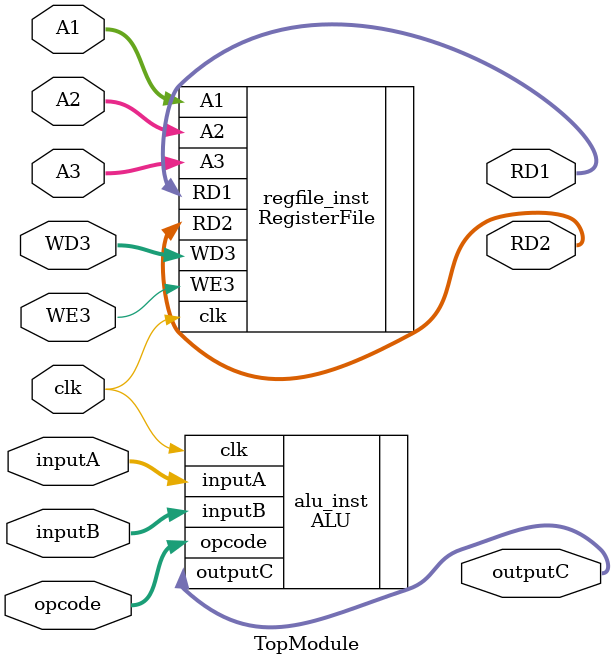
<source format=v>
`timescale 1ns / 1ps

module TopModule (
    input clk,
    input [31:0] inputA,
    input [31:0] inputB,
    input [1:0] opcode,
    input WE3,
    input [4:0] A1, 
    input [4:0] A2, 
    input [4:0] A3,
    input [31:0] WD3,
    output [31:0] outputC,
    output [31:0] RD1, 
    output [31:0] RD2
);

    ALU alu_inst (
        .inputA(inputA),
        .inputB(inputB),
        .outputC(outputC),
        .clk(clk),
        .opcode(opcode)
    );

    RegisterFile regfile_inst (
        .clk(clk),
        .WE3(WE3),
        .A1(A1),
        .A2(A2),
        .A3(A3),
        .RD1(RD1),
        .RD2(RD2),
        .WD3(WD3)
    );

endmodule
</source>
